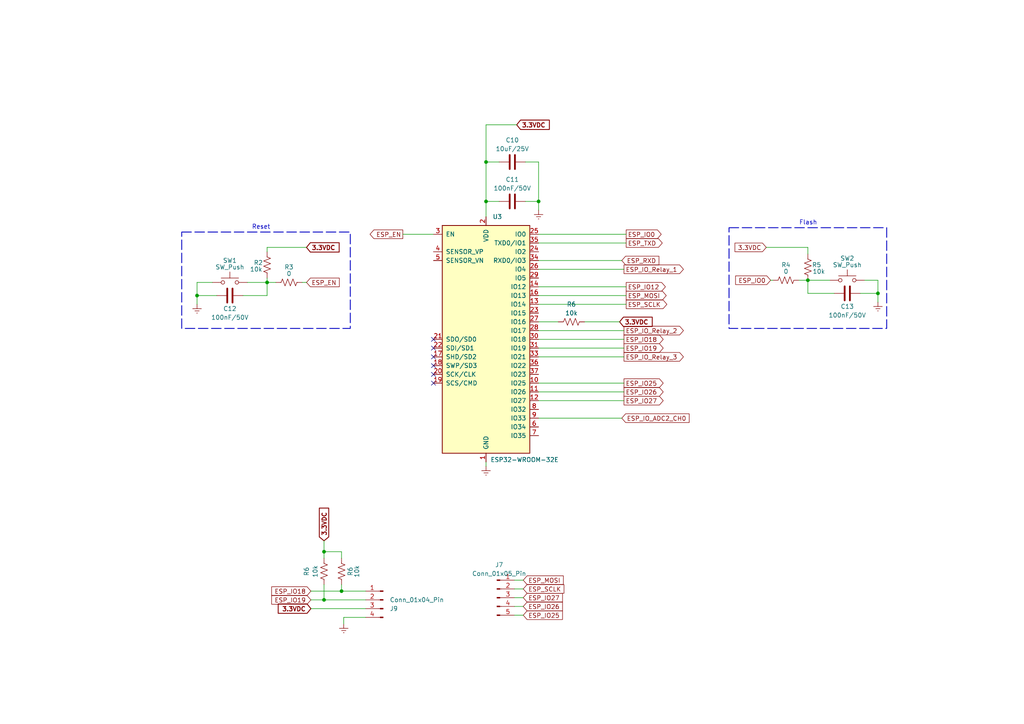
<source format=kicad_sch>
(kicad_sch (version 20230121) (generator eeschema)
  (paper "A4")
  (lib_symbols
    (symbol "Connector:Conn_01x04_Pin" (pin_names (offset 1.016) hide)
      (property "Reference" "J" (at 0 5.08 0))
      (property "Value" "Conn_01x04_Pin" (at 0 -7.62 0))
      (symbol "Conn_01x04_Pin_1_1"
        (polyline (pts (xy 1.27 -5.08) (xy 0.8636 -5.08)) (stroke (width 0.1524)))
        (polyline (pts (xy 1.27 -2.54) (xy 0.8636 -2.54)) (stroke (width 0.1524)))
        (polyline (pts (xy 1.27 0) (xy 0.8636 0)) (stroke (width 0.1524)))
        (polyline (pts (xy 1.27 2.54) (xy 0.8636 2.54)) (stroke (width 0.1524)))
        (rectangle (start 0.8636 -4.953) (end 0 -5.207) (stroke (width 0.1524)) (fill (type outline)))
        (rectangle (start 0.8636 -2.413) (end 0 -2.667) (stroke (width 0.1524)) (fill (type outline)))
        (rectangle (start 0.8636 0.127) (end 0 -0.127) (stroke (width 0.1524)) (fill (type outline)))
        (rectangle (start 0.8636 2.667) (end 0 2.413) (stroke (width 0.1524)) (fill (type outline)))
        (pin passive line (at 5.08 2.54 180) (length 3.81) (name "Pin_1") (number "1"))
        (pin passive line (at 5.08 0 180) (length 3.81) (name "Pin_2") (number "2"))
        (pin passive line (at 5.08 -2.54 180) (length 3.81) (name "Pin_3") (number "3"))
        (pin passive line (at 5.08 -5.08 180) (length 3.81) (name "Pin_4") (number "4"))
      )
    )
    (symbol "Connector:Conn_01x05_Pin" (pin_names (offset 1.016) hide)
      (property "Reference" "J" (at 0 7.62 0))
      (property "Value" "Conn_01x05_Pin" (at 0 -7.62 0))
      (symbol "Conn_01x05_Pin_1_1"
        (polyline (pts (xy 1.27 -5.08) (xy 0.8636 -5.08)) (stroke (width 0.1524)))
        (polyline (pts (xy 1.27 -2.54) (xy 0.8636 -2.54)) (stroke (width 0.1524)))
        (polyline (pts (xy 1.27 0) (xy 0.8636 0)) (stroke (width 0.1524)))
        (polyline (pts (xy 1.27 2.54) (xy 0.8636 2.54)) (stroke (width 0.1524)))
        (polyline (pts (xy 1.27 5.08) (xy 0.8636 5.08)) (stroke (width 0.1524)))
        (rectangle (start 0.8636 -4.953) (end 0 -5.207) (stroke (width 0.1524)) (fill (type outline)))
        (rectangle (start 0.8636 -2.413) (end 0 -2.667) (stroke (width 0.1524)) (fill (type outline)))
        (rectangle (start 0.8636 0.127) (end 0 -0.127) (stroke (width 0.1524)) (fill (type outline)))
        (rectangle (start 0.8636 2.667) (end 0 2.413) (stroke (width 0.1524)) (fill (type outline)))
        (rectangle (start 0.8636 5.207) (end 0 4.953) (stroke (width 0.1524)) (fill (type outline)))
        (pin passive line (at 5.08 5.08 180) (length 3.81) (name "Pin_1") (number "1"))
        (pin passive line (at 5.08 2.54 180) (length 3.81) (name "Pin_2") (number "2"))
        (pin passive line (at 5.08 0 180) (length 3.81) (name "Pin_3") (number "3"))
        (pin passive line (at 5.08 -2.54 180) (length 3.81) (name "Pin_4") (number "4"))
        (pin passive line (at 5.08 -5.08 180) (length 3.81) (name "Pin_5") (number "5"))
      )
    )
    (symbol "Device:C" (pin_numbers hide) (pin_names (offset 0.254))
      (property "Reference" "C" (at 0.635 2.54 0))
      (property "Value" "C" (at 0.635 -2.54 0))
      (symbol "C_0_1"
        (polyline (pts (xy -2.032 -0.762) (xy 2.032 -0.762)) (stroke (width 0.508)))
        (polyline (pts (xy -2.032 0.762) (xy 2.032 0.762)) (stroke (width 0.508)))
      )
      (symbol "C_1_1"
        (pin passive line (at 0 3.81 270) (length 2.794) (name "~") (number "1"))
        (pin passive line (at 0 -3.81 90) (length 2.794) (name "~") (number "2"))
      )
    )
    (symbol "Device:R_US" (pin_numbers hide) (pin_names (offset 0))
      (property "Reference" "R" (at 2.54 0 90))
      (property "Value" "R_US" (at -2.54 0 90))
      (symbol "R_US_0_1"
        (polyline (pts (xy 0 -2.286) (xy 0 -2.54)))
        (polyline (pts (xy 0 2.286) (xy 0 2.54)))
        (polyline (pts (xy 0 -0.762) (xy 1.016 -1.143) (xy 0 -1.524) (xy -1.016 -1.905) (xy 0 -2.286)))
        (polyline (pts (xy 0 0.762) (xy 1.016 0.381) (xy 0 0) (xy -1.016 -0.381) (xy 0 -0.762)))
        (polyline (pts (xy 0 2.286) (xy 1.016 1.905) (xy 0 1.524) (xy -1.016 1.143) (xy 0 0.762)))
      )
      (symbol "R_US_1_1"
        (pin passive line (at 0 3.81 270) (length 1.27) (name "~") (number "1"))
        (pin passive line (at 0 -3.81 90) (length 1.27) (name "~") (number "2"))
      )
    )
    (symbol "ESP32-WROOM-32E__16MB_:ESP32-WROOM-32E" (pin_names (offset 1.016))
      (property "Reference" "U" (at -12.7 34.29 0))
      (property "Value" "ESP32-WROOM-32E" (at 1.27 -35.56 0))
      (symbol "ESP32-WROOM-32E_0_1"
        (rectangle (start -12.7 33.02) (end 12.7 -33.02) (stroke (width 0.254)) (fill (type background)))
      )
      (symbol "ESP32-WROOM-32E_1_1"
        (pin power_in line (at 0 -35.56 90) (length 2.54) (name "GND") (number "1"))
        (pin bidirectional line (at 15.24 -12.7 180) (length 2.54) (name "IO25") (number "10"))
        (pin bidirectional line (at 15.24 -15.24 180) (length 2.54) (name "IO26") (number "11"))
        (pin bidirectional line (at 15.24 -17.78 180) (length 2.54) (name "IO27") (number "12"))
        (pin bidirectional line (at 15.24 10.16 180) (length 2.54) (name "IO14") (number "13"))
        (pin bidirectional line (at 15.24 15.24 180) (length 2.54) (name "IO12") (number "14"))
        (pin passive line (at 0 -35.56 90) (length 2.54) hide (name "GND") (number "15"))
        (pin bidirectional line (at 15.24 12.7 180) (length 2.54) (name "IO13") (number "16"))
        (pin bidirectional line (at -15.24 -5.08 0) (length 2.54) (name "SHD/SD2") (number "17"))
        (pin bidirectional line (at -15.24 -7.62 0) (length 2.54) (name "SWP/SD3") (number "18"))
        (pin bidirectional line (at -15.24 -12.7 0) (length 2.54) (name "SCS/CMD") (number "19"))
        (pin power_in line (at 0 35.56 270) (length 2.54) (name "VDD") (number "2"))
        (pin bidirectional line (at -15.24 -10.16 0) (length 2.54) (name "SCK/CLK") (number "20"))
        (pin bidirectional line (at -15.24 0 0) (length 2.54) (name "SDO/SD0") (number "21"))
        (pin bidirectional line (at -15.24 -2.54 0) (length 2.54) (name "SDI/SD1") (number "22"))
        (pin bidirectional line (at 15.24 7.62 180) (length 2.54) (name "IO15") (number "23"))
        (pin bidirectional line (at 15.24 25.4 180) (length 2.54) (name "IO2") (number "24"))
        (pin bidirectional line (at 15.24 30.48 180) (length 2.54) (name "IO0") (number "25"))
        (pin bidirectional line (at 15.24 20.32 180) (length 2.54) (name "IO4") (number "26"))
        (pin bidirectional line (at 15.24 5.08 180) (length 2.54) (name "IO16") (number "27"))
        (pin bidirectional line (at 15.24 2.54 180) (length 2.54) (name "IO17") (number "28"))
        (pin bidirectional line (at 15.24 17.78 180) (length 2.54) (name "IO5") (number "29"))
        (pin input line (at -15.24 30.48 0) (length 2.54) (name "EN") (number "3"))
        (pin bidirectional line (at 15.24 0 180) (length 2.54) (name "IO18") (number "30"))
        (pin bidirectional line (at 15.24 -2.54 180) (length 2.54) (name "IO19") (number "31"))
        (pin no_connect line (at -12.7 -27.94 0) (length 2.54) hide (name "NC") (number "32"))
        (pin bidirectional line (at 15.24 -5.08 180) (length 2.54) (name "IO21") (number "33"))
        (pin bidirectional line (at 15.24 22.86 180) (length 2.54) (name "RXD0/IO3") (number "34"))
        (pin bidirectional line (at 15.24 27.94 180) (length 2.54) (name "TXD0/IO1") (number "35"))
        (pin bidirectional line (at 15.24 -7.62 180) (length 2.54) (name "IO22") (number "36"))
        (pin bidirectional line (at 15.24 -10.16 180) (length 2.54) (name "IO23") (number "37"))
        (pin passive line (at 0 -35.56 90) (length 2.54) hide (name "GND") (number "38"))
        (pin passive line (at 0 -35.56 90) (length 2.54) hide (name "GND") (number "39"))
        (pin input line (at -15.24 25.4 0) (length 2.54) (name "SENSOR_VP") (number "4"))
        (pin input line (at -15.24 22.86 0) (length 2.54) (name "SENSOR_VN") (number "5"))
        (pin input line (at 15.24 -25.4 180) (length 2.54) (name "IO34") (number "6"))
        (pin input line (at 15.24 -27.94 180) (length 2.54) (name "IO35") (number "7"))
        (pin bidirectional line (at 15.24 -20.32 180) (length 2.54) (name "IO32") (number "8"))
        (pin bidirectional line (at 15.24 -22.86 180) (length 2.54) (name "IO33") (number "9"))
      )
    )
    (symbol "Switch:SW_Push" (pin_numbers hide) (pin_names (offset 1.016) hide)
      (property "Reference" "SW" (at 1.27 2.54 0))
      (property "Value" "SW_Push" (at 0 -1.524 0))
      (symbol "SW_Push_0_1"
        (circle (center -2.032 0) (radius 0.508))
        (polyline (pts (xy 0 1.27) (xy 0 3.048)))
        (polyline (pts (xy 2.54 1.27) (xy -2.54 1.27)))
        (circle (center 2.032 0) (radius 0.508))
        (pin passive line (at -5.08 0 0) (length 2.54) (name "1") (number "1"))
        (pin passive line (at 5.08 0 180) (length 2.54) (name "2") (number "2"))
      )
    )
    (symbol "power:Earth" (power) (pin_names (offset 0))
      (symbol "Earth_0_1"
        (polyline (pts (xy -0.635 -1.905) (xy 0.635 -1.905)))
        (polyline (pts (xy -0.127 -2.54) (xy 0.127 -2.54)))
        (polyline (pts (xy 0 -1.27) (xy 0 0)))
        (polyline (pts (xy 1.27 -1.27) (xy -1.27 -1.27)))
      )
      (symbol "Earth_1_1"
        (pin power_in line (at 0 0 270) (length 0) hide (name "Earth") (number "1"))
      )
    )
  )
  (junction (at 140.97 58.42))
  (junction (at 99.06 171.45))
  (junction (at 93.98 160.02))
  (junction (at 234.315 81.28))
  (junction (at 57.15 85.725))
  (junction (at 254.635 85.09))
  (junction (at 93.98 173.99))
  (junction (at 156.21 58.42))
  (junction (at 77.47 81.915))
  (junction (at 140.97 46.99))
  (no_connect (at 125.73 100.965))
  (no_connect (at 125.73 98.425))
  (no_connect (at 125.73 106.045))
  (no_connect (at 125.73 108.585))
  (no_connect (at 125.73 103.505))
  (no_connect (at 125.73 111.125))
  (wire (pts (xy 151.765 178.435) (xy 149.225 178.435)))
  (wire (pts (xy 151.765 173.355) (xy 149.225 173.355)))
  (wire (pts (xy 93.98 169.545) (xy 93.98 173.99)))
  (wire (pts (xy 156.21 67.945) (xy 181.61 67.945)))
  (wire (pts (xy 57.15 85.725) (xy 62.865 85.725)))
  (wire (pts (xy 93.98 156.845) (xy 93.98 160.02)))
  (wire (pts (xy 99.06 169.545) (xy 99.06 171.45)))
  (wire (pts (xy 156.21 58.42) (xy 156.21 60.96)))
  (wire (pts (xy 156.21 46.99) (xy 156.21 58.42)))
  (wire (pts (xy 88.9 81.915) (xy 87.63 81.915)))
  (wire (pts (xy 99.06 171.45) (xy 106.045 171.45)))
  (wire (pts (xy 254.635 85.09) (xy 254.635 87.63)))
  (wire (pts (xy 169.545 93.345) (xy 179.705 93.345)))
  (wire (pts (xy 90.17 173.99) (xy 93.98 173.99)))
  (wire (pts (xy 156.21 103.505) (xy 180.975 103.505)))
  (wire (pts (xy 77.47 71.755) (xy 88.9 71.755)))
  (wire (pts (xy 156.21 98.425) (xy 180.975 98.425)))
  (wire (pts (xy 254.635 81.28) (xy 250.825 81.28)))
  (wire (pts (xy 140.97 36.195) (xy 140.97 46.99)))
  (wire (pts (xy 231.775 81.28) (xy 234.315 81.28)))
  (wire (pts (xy 93.98 160.02) (xy 99.06 160.02)))
  (wire (pts (xy 70.485 85.725) (xy 77.47 85.725)))
  (wire (pts (xy 234.315 71.755) (xy 234.315 73.66)))
  (wire (pts (xy 99.695 179.07) (xy 106.045 179.07)))
  (wire (pts (xy 151.765 175.895) (xy 149.225 175.895)))
  (wire (pts (xy 57.15 81.915) (xy 57.15 85.725)))
  (wire (pts (xy 156.21 111.125) (xy 180.975 111.125)))
  (wire (pts (xy 234.315 81.28) (xy 240.665 81.28)))
  (wire (pts (xy 140.97 46.99) (xy 144.78 46.99)))
  (wire (pts (xy 151.765 168.275) (xy 149.225 168.275)))
  (wire (pts (xy 140.97 46.99) (xy 140.97 58.42)))
  (wire (pts (xy 151.765 170.815) (xy 149.225 170.815)))
  (wire (pts (xy 223.52 81.28) (xy 224.155 81.28)))
  (wire (pts (xy 77.47 71.755) (xy 77.47 73.025)))
  (wire (pts (xy 99.695 179.07) (xy 99.695 180.975)))
  (wire (pts (xy 156.21 95.885) (xy 180.975 95.885)))
  (wire (pts (xy 254.635 81.28) (xy 254.635 85.09)))
  (wire (pts (xy 156.21 70.485) (xy 181.61 70.485)))
  (wire (pts (xy 77.47 81.915) (xy 77.47 85.725)))
  (wire (pts (xy 152.4 58.42) (xy 156.21 58.42)))
  (wire (pts (xy 71.755 81.915) (xy 77.47 81.915)))
  (wire (pts (xy 222.25 71.755) (xy 234.315 71.755)))
  (wire (pts (xy 156.21 100.965) (xy 180.975 100.965)))
  (wire (pts (xy 149.86 36.195) (xy 140.97 36.195)))
  (wire (pts (xy 156.21 88.265) (xy 181.61 88.265)))
  (wire (pts (xy 77.47 81.915) (xy 80.01 81.915)))
  (wire (pts (xy 156.21 116.205) (xy 180.975 116.205)))
  (wire (pts (xy 156.21 85.725) (xy 181.61 85.725)))
  (wire (pts (xy 140.97 133.985) (xy 140.97 135.255)))
  (wire (pts (xy 90.17 171.45) (xy 99.06 171.45)))
  (wire (pts (xy 93.98 160.02) (xy 93.98 161.925)))
  (wire (pts (xy 57.15 85.725) (xy 57.15 88.265)))
  (wire (pts (xy 156.21 121.285) (xy 180.34 121.285)))
  (wire (pts (xy 156.21 93.345) (xy 161.925 93.345)))
  (wire (pts (xy 156.21 75.565) (xy 180.34 75.565)))
  (wire (pts (xy 57.15 81.915) (xy 61.595 81.915)))
  (wire (pts (xy 156.21 78.105) (xy 180.975 78.105)))
  (wire (pts (xy 77.47 80.645) (xy 77.47 81.915)))
  (wire (pts (xy 234.315 85.09) (xy 241.935 85.09)))
  (wire (pts (xy 249.555 85.09) (xy 254.635 85.09)))
  (wire (pts (xy 140.97 58.42) (xy 144.78 58.42)))
  (wire (pts (xy 93.98 173.99) (xy 106.045 173.99)))
  (wire (pts (xy 99.06 160.02) (xy 99.06 161.925)))
  (wire (pts (xy 234.315 85.09) (xy 234.315 81.28)))
  (wire (pts (xy 156.21 83.185) (xy 181.61 83.185)))
  (wire (pts (xy 90.17 176.53) (xy 106.045 176.53)))
  (wire (pts (xy 116.84 67.945) (xy 125.73 67.945)))
  (wire (pts (xy 140.97 58.42) (xy 140.97 62.865)))
  (wire (pts (xy 152.4 46.99) (xy 156.21 46.99)))
  (wire (pts (xy 156.21 113.665) (xy 180.975 113.665)))
  (rectangle (start 52.705 67.31) (end 101.6 95.25) (stroke (width 0.254) (type dash)))
  (rectangle (start 211.455 66.04) (end 257.175 95.25) (stroke (width 0.254) (type dash)))
  (text "Reset" (at 73.025 66.675 0) (effects (font (size 1.27 1.27)) (justify left bottom)))
  (text "Flash\n" (at 231.775 65.405 0) (effects (font (size 1.27 1.27)) (justify left bottom)))
  (global_label "3.3VDC" (shape input) (at 179.705 93.345 0) (effects (font (thickness 0.254) bold)) (property "Intersheetrefs" "${INTERSHEET_REFS}" (effects hide)))
  (global_label "ESP_SCLK" (shape output) (at 181.61 88.265 0) (property "Intersheetrefs" "${INTERSHEET_REFS}" (effects hide)))
  (global_label "ESP_IO26" (shape output) (at 180.975 113.665 0) (property "Intersheetrefs" "${INTERSHEET_REFS}" (effects hide)))
  (global_label "ESP_IO_ADC2_CH0" (shape input) (at 180.34 121.285 0) (property "Intersheetrefs" "${INTERSHEET_REFS}" (effects hide)))
  (global_label "3.3VDC" (shape input) (at 90.17 176.53 180) (effects (font (thickness 0.254) bold)) (property "Intersheetrefs" "${INTERSHEET_REFS}" (effects hide)))
  (global_label "ESP_TXD" (shape output) (at 181.61 70.485 0) (property "Intersheetrefs" "${INTERSHEET_REFS}" (effects hide)))
  (global_label "ESP_EN" (shape input) (at 88.9 81.915 0) (property "Intersheetrefs" "${INTERSHEET_REFS}" (effects hide)))
  (global_label "ESP_IO18" (shape output) (at 180.975 98.425 0) (property "Intersheetrefs" "${INTERSHEET_REFS}" (effects hide)))
  (global_label "ESP_RXD" (shape input) (at 180.34 75.565 0) (property "Intersheetrefs" "${INTERSHEET_REFS}" (effects hide)))
  (global_label "3.3VDC" (shape input) (at 93.98 156.845 90) (effects (font (thickness 0.254) bold)) (property "Intersheetrefs" "${INTERSHEET_REFS}" (effects hide)))
  (global_label "3.3VDC" (shape input) (at 149.86 36.195 0) (effects (font (thickness 0.254) bold)) (property "Intersheetrefs" "${INTERSHEET_REFS}" (effects hide)))
  (global_label "ESP_IO0" (shape output) (at 181.61 67.945 0) (property "Intersheetrefs" "${INTERSHEET_REFS}" (effects hide)))
  (global_label "ESP_SCLK" (shape input) (at 151.765 170.815 0) (property "Intersheetrefs" "${INTERSHEET_REFS}" (effects hide)))
  (global_label "ESP_IO25" (shape input) (at 151.765 178.435 0) (property "Intersheetrefs" "${INTERSHEET_REFS}" (effects hide)))
  (global_label "ESP_IO27" (shape output) (at 180.975 116.205 0) (property "Intersheetrefs" "${INTERSHEET_REFS}" (effects hide)))
  (global_label "ESP_IO18" (shape input) (at 90.17 171.45 180) (property "Intersheetrefs" "${INTERSHEET_REFS}" (effects hide)))
  (global_label "3.3VDC" (shape input) (at 88.9 71.755 0) (effects (font (thickness 0.254) bold)) (property "Intersheetrefs" "${INTERSHEET_REFS}" (effects hide)))
  (global_label "ESP_MOSI" (shape input) (at 151.765 168.275 0) (property "Intersheetrefs" "${INTERSHEET_REFS}" (effects hide)))
  (global_label "ESP_IO_Relay_3" (shape output) (at 180.975 103.505 0) (property "Intersheetrefs" "${INTERSHEET_REFS}" (effects hide)))
  (global_label "ESP_IO27" (shape input) (at 151.765 173.355 0) (property "Intersheetrefs" "${INTERSHEET_REFS}" (effects hide)))
  (global_label "ESP_MOSI" (shape output) (at 181.61 85.725 0) (property "Intersheetrefs" "${INTERSHEET_REFS}" (effects hide)))
  (global_label "ESP_IO12" (shape output) (at 181.61 83.185 0) (property "Intersheetrefs" "${INTERSHEET_REFS}" (effects hide)))
  (global_label "ESP_IO26" (shape input) (at 151.765 175.895 0) (property "Intersheetrefs" "${INTERSHEET_REFS}" (effects hide)))
  (global_label "ESP_IO25" (shape output) (at 180.975 111.125 0) (property "Intersheetrefs" "${INTERSHEET_REFS}" (effects hide)))
  (global_label "ESP_IO_Relay_2" (shape output) (at 180.975 95.885 0) (property "Intersheetrefs" "${INTERSHEET_REFS}" (effects hide)))
  (global_label "ESP_IO0" (shape input) (at 223.52 81.28 180) (property "Intersheetrefs" "${INTERSHEET_REFS}" (effects hide)))
  (global_label "ESP_IO19" (shape input) (at 90.17 173.99 180) (property "Intersheetrefs" "${INTERSHEET_REFS}" (effects hide)))
  (global_label "ESP_IO_Relay_1" (shape output) (at 180.975 78.105 0) (property "Intersheetrefs" "${INTERSHEET_REFS}" (effects hide)))
  (global_label "ESP_EN" (shape output) (at 116.84 67.945 180) (property "Intersheetrefs" "${INTERSHEET_REFS}" (effects hide)))
  (global_label "ESP_IO19" (shape output) (at 180.975 100.965 0) (property "Intersheetrefs" "${INTERSHEET_REFS}" (effects hide)))
  (global_label "3.3VDC" (shape input) (at 222.25 71.755 180) (property "Intersheetrefs" "${INTERSHEET_REFS}" (effects hide)))
  (symbol (lib_id "Device:R_US") (at 227.965 81.28 90) (unit 1)
    (property "Reference" "R4" (at 227.965 76.835 90))
    (property "Value" "0" (at 227.965 78.74 90))
    (property "Footprint" "Resistor_SMD:R_0603_1608Metric" (effects hide))
    (instances (project "Relay_Control" (path "" (reference "R4") (unit 1))) (project "ESP32­WROOM­32UE" (path "" (reference "R1") (unit 1))) (project "PIF_Lab_Internship_Project" (path "" (reference "R5") (unit 1))) (project "Intership_board" (path "" (reference "R5") (unit 1))))
  )
  (symbol (lib_id "Device:R_US") (at 93.98 165.735 180) (unit 1)
    (property "Reference" "R6" (at 88.9 165.735 90))
    (property "Value" "10k" (at 91.44 165.735 90))
    (property "Footprint" "Resistor_SMD:R_0603_1608Metric" (effects hide))
    (instances (project "Relay_Control" (path "" (reference "R6") (unit 1))) (project "ESP32­WROOM­32UE" (path "" (reference "R2") (unit 1))) (project "PIF_Lab_Internship_Project" (path "" (reference "R15") (unit 1))) (project "Intership_board" (path "" (reference "R7") (unit 1))))
  )
  (symbol (lib_id "Device:C") (at 148.59 46.99 90) (unit 1)
    (property "Reference" "C10" (at 148.59 40.64 90))
    (property "Value" "10uF/25V" (at 148.59 43.18 90))
    (property "Footprint" "Capacitor_SMD:C_0603_1608Metric" (effects hide))
    (instances (project "Relay_Control" (path "" (reference "C10") (unit 1))) (project "ESP32­WROOM­32UE" (path "" (reference "C2") (unit 1))) (project "PIF_Lab_Internship_Project" (path "" (reference "C11") (unit 1))) (project "Intership_board" (path "" (reference "C10") (unit 1))))
  )
  (symbol (lib_id "Device:C") (at 245.745 85.09 90) (unit 1)
    (property "Reference" "C13" (at 245.745 88.9 90))
    (property "Value" "100nF/50V" (at 245.745 91.44 90))
    (property "Footprint" "Capacitor_SMD:C_0603_1608Metric" (effects hide))
    (instances (project "Relay_Control" (path "" (reference "C13") (unit 1))) (project "ESP32­WROOM­32UE" (path "" (reference "C4") (unit 1))) (project "PIF_Lab_Internship_Project" (path "" (reference "C13") (unit 1))) (project "Intership_board" (path "" (reference "C13") (unit 1))))
  )
  (symbol (lib_id "power:Earth") (at 57.15 88.265 0) (unit 1)
    (property "Reference" "#PWR04" (effects hide))
    (property "Value" "Earth" (effects hide))
    (instances (project "Relay_Control" (path "" (reference "#PWR04") (unit 1))) (project "ESP32­WROOM­32UE" (path "" (reference "#PWR01") (unit 1))) (project "PIF_Lab_Internship_Project" (path "" (reference "#PWR08") (unit 1))) (project "Intership_board" (path "" (reference "#PWR01") (unit 1))))
  )
  (symbol (lib_id "Device:R_US") (at 99.06 165.735 180) (unit 1)
    (property "Reference" "R6" (at 101.6 165.735 90))
    (property "Value" "10k" (at 103.505 165.735 90))
    (property "Footprint" "Resistor_SMD:R_0603_1608Metric" (effects hide))
    (instances (project "Relay_Control" (path "" (reference "R6") (unit 1))) (project "ESP32­WROOM­32UE" (path "" (reference "R2") (unit 1))) (project "PIF_Lab_Internship_Project" (path "" (reference "R16") (unit 1))) (project "Intership_board" (path "" (reference "R8") (unit 1))))
  )
  (symbol (lib_id "power:Earth") (at 254.635 87.63 0) (unit 1)
    (property "Reference" "#PWR07" (effects hide))
    (property "Value" "Earth" (effects hide))
    (instances (project "Relay_Control" (path "" (reference "#PWR07") (unit 1))) (project "ESP32­WROOM­32UE" (path "" (reference "#PWR04") (unit 1))) (project "PIF_Lab_Internship_Project" (path "" (reference "#PWR011") (unit 1))) (project "Intership_board" (path "" (reference "#PWR05") (unit 1))))
  )
  (symbol (lib_id "Connector:Conn_01x05_Pin") (at 144.145 173.355 0) (unit 1)
    (property "Reference" "J7" (at 144.78 163.83 0))
    (property "Value" "Conn_01x05_Pin" (at 144.78 166.37 0))
    (property "Footprint" "Connector_JST:JST_EH_B5B-EH-A_1x05_P2.50mm_Vertical" (effects hide))
    (instances (project "PIF_Lab_Internship_Project" (path "" (reference "J7") (unit 1))) (project "Intership_board" (path "" (reference "J3") (unit 1))))
  )
  (symbol (lib_id "Device:R_US") (at 165.735 93.345 90) (unit 1)
    (property "Reference" "R6" (at 165.735 88.265 90))
    (property "Value" "10k" (at 165.735 90.805 90))
    (property "Footprint" "Resistor_SMD:R_0603_1608Metric" (effects hide))
    (instances (project "Relay_Control" (path "" (reference "R6") (unit 1))) (project "ESP32­WROOM­32UE" (path "" (reference "R2") (unit 1))) (project "PIF_Lab_Internship_Project" (path "" (reference "R4") (unit 1))) (project "Intership_board" (path "" (reference "R9") (unit 1))))
  )
  (symbol (lib_id "power:Earth") (at 140.97 135.255 0) (unit 1)
    (property "Reference" "#PWR05" (effects hide))
    (property "Value" "Earth" (effects hide))
    (instances (project "Relay_Control" (path "" (reference "#PWR05") (unit 1))) (project "ESP32­WROOM­32UE" (path "" (reference "#PWR02") (unit 1))) (project "PIF_Lab_Internship_Project" (path "" (reference "#PWR09") (unit 1))) (project "Intership_board" (path "" (reference "#PWR03") (unit 1))))
  )
  (symbol (lib_id "Device:R_US") (at 234.315 77.47 180) (unit 1)
    (property "Reference" "R5" (at 236.855 76.835 0))
    (property "Value" "10k" (at 237.49 78.74 0))
    (property "Footprint" "Resistor_SMD:R_0603_1608Metric" (effects hide))
    (instances (project "Relay_Control" (path "" (reference "R5") (unit 1))) (project "ESP32­WROOM­32UE" (path "" (reference "R4") (unit 1))) (project "PIF_Lab_Internship_Project" (path "" (reference "R6") (unit 1))) (project "Intership_board" (path "" (reference "R6") (unit 1))))
  )
  (symbol (lib_id "Device:C") (at 66.675 85.725 90) (unit 1)
    (property "Reference" "C12" (at 66.675 89.535 90))
    (property "Value" "100nF/50V" (at 66.675 92.075 90))
    (property "Footprint" "Capacitor_SMD:C_0603_1608Metric" (effects hide))
    (instances (project "Relay_Control" (path "" (reference "C12") (unit 1))) (project "ESP32­WROOM­32UE" (path "" (reference "C1") (unit 1))) (project "PIF_Lab_Internship_Project" (path "" (reference "C10") (unit 1))) (project "Intership_board" (path "" (reference "C12") (unit 1))))
  )
  (symbol (lib_id "Connector:Conn_01x04_Pin") (at 111.125 173.99 0) (mirror y) (unit 1)
    (property "Reference" "J9" (at 113.03 176.53 0) (effects (justify right)))
    (property "Value" "Conn_01x04_Pin" (at 113.03 173.99 0) (effects (justify right)))
    (property "Footprint" "Connector_JST:JST_EH_B4B-EH-A_1x04_P2.50mm_Vertical" (effects hide))
    (instances (project "PIF_Lab_Internship_Project" (path "" (reference "J9") (unit 1))) (project "Intership_board" (path "" (reference "J2") (unit 1))))
  )
  (symbol (lib_id "Switch:SW_Push") (at 66.675 81.915 0) (unit 1)
    (property "Reference" "SW1" (at 66.675 75.565 0))
    (property "Value" "SW_Push" (at 66.675 77.47 0))
    (property "Footprint" "Button_Switch_SMD:SW_Push_1P1T_NO_CK_KMR2" (effects hide))
  )
  (symbol (lib_id "ESP32-WROOM-32E__16MB_:ESP32-WROOM-32E") (at 140.97 98.425 0) (unit 1)
    (property "Reference" "U3" (at 142.875 62.865 0) (effects (justify left)))
    (property "Value" "ESP32-WROOM-32E" (at 142.24 133.35 0) (effects (justify left)))
    (property "Footprint" "ESP32_WROOM_32E:XCVR_ESP32-WROOM-32E" (effects hide))
    (property "PARTREV" "1.4" (effects hide))
  )
  (symbol (lib_id "Device:C") (at 148.59 58.42 90) (unit 1)
    (property "Reference" "C11" (at 148.59 52.07 90))
    (property "Value" "100nF/50V" (at 148.59 54.61 90))
    (property "Footprint" "Capacitor_SMD:C_0603_1608Metric" (effects hide))
    (instances (project "Relay_Control" (path "" (reference "C11") (unit 1))) (project "ESP32­WROOM­32UE" (path "" (reference "C3") (unit 1))) (project "PIF_Lab_Internship_Project" (path "" (reference "C12") (unit 1))) (project "Intership_board" (path "" (reference "C11") (unit 1))))
  )
  (symbol (lib_id "Switch:SW_Push") (at 245.745 81.28 0) (unit 1)
    (property "Reference" "SW2" (at 245.745 74.93 0))
    (property "Value" "SW_Push" (at 245.745 76.835 0))
    (property "Footprint" "Button_Switch_SMD:SW_Push_1P1T_NO_CK_KMR2" (effects hide))
  )
  (symbol (lib_id "Device:R_US") (at 77.47 76.835 180) (unit 1)
    (property "Reference" "R2" (at 74.93 76.2 0))
    (property "Value" "10k" (at 74.295 78.105 0))
    (property "Footprint" "Resistor_SMD:R_0603_1608Metric" (effects hide))
    (instances (project "Relay_Control" (path "" (reference "R2") (unit 1))) (project "ESP32­WROOM­32UE" (path "" (reference "R3") (unit 1))) (project "PIF_Lab_Internship_Project" (path "" (reference "R2") (unit 1))) (project "Intership_board" (path "" (reference "R4") (unit 1))))
  )
  (symbol (lib_id "power:Earth") (at 156.21 60.96 0) (unit 1)
    (property "Reference" "#PWR06" (effects hide))
    (property "Value" "Earth" (effects hide))
    (instances (project "Relay_Control" (path "" (reference "#PWR06") (unit 1))) (project "ESP32­WROOM­32UE" (path "" (reference "#PWR03") (unit 1))) (project "PIF_Lab_Internship_Project" (path "" (reference "#PWR010") (unit 1))) (project "Intership_board" (path "" (reference "#PWR04") (unit 1))))
  )
  (symbol (lib_id "power:Earth") (at 99.695 180.975 0) (unit 1)
    (property "Reference" "#PWR05" (effects hide))
    (property "Value" "Earth" (effects hide))
    (instances (project "Relay_Control" (path "" (reference "#PWR05") (unit 1))) (project "ESP32­WROOM­32UE" (path "" (reference "#PWR02") (unit 1))) (project "PIF_Lab_Internship_Project" (path "" (reference "#PWR021") (unit 1))) (project "Intership_board" (path "" (reference "#PWR02") (unit 1))))
  )
  (symbol (lib_id "Device:R_US") (at 83.82 81.915 90) (unit 1)
    (property "Reference" "R3" (at 83.82 77.47 90))
    (property "Value" "0" (at 83.82 79.375 90))
    (property "Footprint" "Resistor_SMD:R_0603_1608Metric" (effects hide))
    (instances (project "Relay_Control" (path "" (reference "R3") (unit 1))) (project "ESP32­WROOM­32UE" (path "" (reference "R1") (unit 1))) (project "PIF_Lab_Internship_Project" (path "" (reference "R3") (unit 1))) (project "Intership_board" (path "" (reference "R3") (unit 1))))
  )
)
</source>
